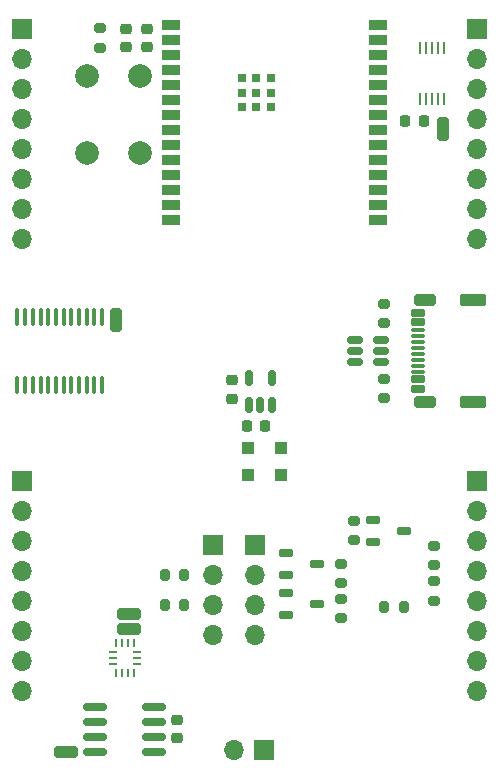
<source format=gbr>
%TF.GenerationSoftware,KiCad,Pcbnew,9.0.1*%
%TF.CreationDate,2025-05-06T09:52:03+02:00*%
%TF.ProjectId,ESP32 adon V3,45535033-3220-4616-946f-6e2056332e6b,rev?*%
%TF.SameCoordinates,Original*%
%TF.FileFunction,Soldermask,Top*%
%TF.FilePolarity,Negative*%
%FSLAX46Y46*%
G04 Gerber Fmt 4.6, Leading zero omitted, Abs format (unit mm)*
G04 Created by KiCad (PCBNEW 9.0.1) date 2025-05-06 09:52:03*
%MOMM*%
%LPD*%
G01*
G04 APERTURE LIST*
G04 Aperture macros list*
%AMRoundRect*
0 Rectangle with rounded corners*
0 $1 Rounding radius*
0 $2 $3 $4 $5 $6 $7 $8 $9 X,Y pos of 4 corners*
0 Add a 4 corners polygon primitive as box body*
4,1,4,$2,$3,$4,$5,$6,$7,$8,$9,$2,$3,0*
0 Add four circle primitives for the rounded corners*
1,1,$1+$1,$2,$3*
1,1,$1+$1,$4,$5*
1,1,$1+$1,$6,$7*
1,1,$1+$1,$8,$9*
0 Add four rect primitives between the rounded corners*
20,1,$1+$1,$2,$3,$4,$5,0*
20,1,$1+$1,$4,$5,$6,$7,0*
20,1,$1+$1,$6,$7,$8,$9,0*
20,1,$1+$1,$8,$9,$2,$3,0*%
G04 Aperture macros list end*
%ADD10RoundRect,0.200000X-0.275000X0.200000X-0.275000X-0.200000X0.275000X-0.200000X0.275000X0.200000X0*%
%ADD11R,1.700000X1.700000*%
%ADD12O,1.700000X1.700000*%
%ADD13RoundRect,0.150000X0.512500X0.150000X-0.512500X0.150000X-0.512500X-0.150000X0.512500X-0.150000X0*%
%ADD14RoundRect,0.250000X-0.300000X-0.300000X0.300000X-0.300000X0.300000X0.300000X-0.300000X0.300000X0*%
%ADD15RoundRect,0.200000X0.275000X-0.200000X0.275000X0.200000X-0.275000X0.200000X-0.275000X-0.200000X0*%
%ADD16R,0.250000X1.100000*%
%ADD17R,0.250000X0.675000*%
%ADD18R,0.675000X0.250000*%
%ADD19RoundRect,0.250000X0.750000X-0.250000X0.750000X0.250000X-0.750000X0.250000X-0.750000X-0.250000X0*%
%ADD20C,2.000000*%
%ADD21RoundRect,0.225000X-0.250000X0.225000X-0.250000X-0.225000X0.250000X-0.225000X0.250000X0.225000X0*%
%ADD22RoundRect,0.090000X0.485000X-0.210000X0.485000X0.210000X-0.485000X0.210000X-0.485000X-0.210000X0*%
%ADD23RoundRect,0.045000X0.530000X-0.105000X0.530000X0.105000X-0.530000X0.105000X-0.530000X-0.105000X0*%
%ADD24RoundRect,0.150000X0.750000X-0.350000X0.750000X0.350000X-0.750000X0.350000X-0.750000X-0.350000X0*%
%ADD25RoundRect,0.150000X0.950000X-0.350000X0.950000X0.350000X-0.950000X0.350000X-0.950000X-0.350000X0*%
%ADD26RoundRect,0.225000X-0.225000X-0.250000X0.225000X-0.250000X0.225000X0.250000X-0.225000X0.250000X0*%
%ADD27RoundRect,0.200000X-0.200000X-0.275000X0.200000X-0.275000X0.200000X0.275000X-0.200000X0.275000X0*%
%ADD28RoundRect,0.162500X-0.447500X-0.162500X0.447500X-0.162500X0.447500X0.162500X-0.447500X0.162500X0*%
%ADD29RoundRect,0.150000X0.150000X-0.512500X0.150000X0.512500X-0.150000X0.512500X-0.150000X-0.512500X0*%
%ADD30RoundRect,0.200000X0.200000X0.275000X-0.200000X0.275000X-0.200000X-0.275000X0.200000X-0.275000X0*%
%ADD31RoundRect,0.225000X0.225000X0.250000X-0.225000X0.250000X-0.225000X-0.250000X0.225000X-0.250000X0*%
%ADD32RoundRect,0.150000X-0.825000X-0.150000X0.825000X-0.150000X0.825000X0.150000X-0.825000X0.150000X0*%
%ADD33RoundRect,0.100000X-0.100000X0.637500X-0.100000X-0.637500X0.100000X-0.637500X0.100000X0.637500X0*%
%ADD34RoundRect,0.225000X0.250000X-0.225000X0.250000X0.225000X-0.250000X0.225000X-0.250000X-0.225000X0*%
%ADD35RoundRect,0.250000X0.250000X0.750000X-0.250000X0.750000X-0.250000X-0.750000X0.250000X-0.750000X0*%
%ADD36RoundRect,0.250000X-0.250000X-0.750000X0.250000X-0.750000X0.250000X0.750000X-0.250000X0.750000X0*%
%ADD37R,1.500000X0.900000*%
%ADD38R,0.800000X0.800000*%
G04 APERTURE END LIST*
D10*
%TO.C,R18*%
X58400000Y-31275000D03*
X58400000Y-32925000D03*
%TD*%
D11*
%TO.C,J1*%
X51800000Y-31300000D03*
D12*
X51800000Y-33840000D03*
X51800000Y-36380000D03*
X51800000Y-38920000D03*
X51800000Y-41460000D03*
X51800000Y-44000000D03*
X51800000Y-46540000D03*
X51800000Y-49080000D03*
%TD*%
D10*
%TO.C,R8*%
X79900000Y-72975000D03*
X79900000Y-74625000D03*
%TD*%
D13*
%TO.C,U5*%
X82237500Y-59520000D03*
X82237500Y-58570000D03*
X82237500Y-57620000D03*
X79962500Y-57620000D03*
X79962500Y-58570000D03*
X79962500Y-59520000D03*
%TD*%
D14*
%TO.C,D1*%
X70900000Y-69100000D03*
X73700000Y-69100000D03*
%TD*%
%TO.C,D2*%
X70900000Y-66800000D03*
X73700000Y-66800000D03*
%TD*%
D15*
%TO.C,R16*%
X82420000Y-62575000D03*
X82420000Y-60925000D03*
%TD*%
D16*
%TO.C,U3*%
X85500000Y-37260000D03*
X86000000Y-37260000D03*
X86500000Y-37260000D03*
X87000000Y-37260000D03*
X87500000Y-37260000D03*
X87500000Y-32960000D03*
X87000000Y-32960000D03*
X86500000Y-32960000D03*
X86000000Y-32960000D03*
X85500000Y-32960000D03*
%TD*%
D17*
%TO.C,MT1*%
X59750000Y-85862500D03*
X60250000Y-85862500D03*
X60750000Y-85862500D03*
X61250000Y-85862500D03*
D18*
X61512500Y-85100000D03*
X61512500Y-84600000D03*
X61512500Y-84100000D03*
D17*
X61250000Y-83337500D03*
X60750000Y-83337500D03*
X60250000Y-83337500D03*
X59750000Y-83337500D03*
D18*
X59487500Y-84100000D03*
X59487500Y-84600000D03*
X59487500Y-85100000D03*
%TD*%
D19*
%TO.C,J14*%
X60830000Y-82110000D03*
%TD*%
D11*
%TO.C,J7*%
X71550000Y-75000000D03*
D12*
X71550000Y-77540000D03*
X71550000Y-80080000D03*
X71550000Y-82620000D03*
%TD*%
D10*
%TO.C,R3*%
X86690000Y-78065000D03*
X86690000Y-79715000D03*
%TD*%
D20*
%TO.C,SW2*%
X57320000Y-41830000D03*
X57320000Y-35330000D03*
X61820000Y-41830000D03*
X61820000Y-35330000D03*
%TD*%
D21*
%TO.C,C2*%
X60600000Y-31325000D03*
X60600000Y-32875000D03*
%TD*%
D11*
%TO.C,J3*%
X72320000Y-92400000D03*
D12*
X69780000Y-92400000D03*
%TD*%
D15*
%TO.C,R5*%
X78800000Y-81225000D03*
X78800000Y-79575000D03*
%TD*%
D22*
%TO.C,J6*%
X85375000Y-61770000D03*
X85375000Y-60970000D03*
D23*
X85375000Y-59820000D03*
X85375000Y-58820000D03*
X85375000Y-58320000D03*
X85375000Y-57320000D03*
D22*
X85375000Y-55370000D03*
X85375000Y-56170000D03*
D23*
X85375000Y-56820000D03*
X85375000Y-57820000D03*
X85375000Y-59320000D03*
X85375000Y-60320000D03*
D24*
X85950000Y-62890000D03*
X85950000Y-54250000D03*
D25*
X89950000Y-54250000D03*
X89950000Y-62890000D03*
%TD*%
D15*
%TO.C,R2*%
X86690000Y-76715000D03*
X86690000Y-75065000D03*
%TD*%
D26*
%TO.C,C3*%
X70825000Y-64900000D03*
X72375000Y-64900000D03*
%TD*%
D27*
%TO.C,R1*%
X82475000Y-80300000D03*
X84125000Y-80300000D03*
%TD*%
D19*
%TO.C,J12*%
X55530000Y-92500000D03*
%TD*%
D28*
%TO.C,Q3*%
X74190000Y-75650000D03*
X74190000Y-77550000D03*
X76810000Y-76600000D03*
%TD*%
D29*
%TO.C,U4*%
X71050000Y-63137500D03*
X72000000Y-63137500D03*
X72950000Y-63137500D03*
X72950000Y-60862500D03*
X71050000Y-60862500D03*
%TD*%
D28*
%TO.C,Q1*%
X81490000Y-72850000D03*
X81490000Y-74750000D03*
X84110000Y-73800000D03*
%TD*%
D11*
%TO.C,J2*%
X51800000Y-69580000D03*
D12*
X51800000Y-72120000D03*
X51800000Y-74660000D03*
X51800000Y-77200000D03*
X51800000Y-79740000D03*
X51800000Y-82280000D03*
X51800000Y-84820000D03*
X51800000Y-87360000D03*
%TD*%
D30*
%TO.C,R6*%
X65545000Y-80080000D03*
X63895000Y-80080000D03*
%TD*%
D11*
%TO.C,J4*%
X90300000Y-69580000D03*
D12*
X90300000Y-72120000D03*
X90300000Y-74660000D03*
X90300000Y-77200000D03*
X90300000Y-79740000D03*
X90300000Y-82280000D03*
X90300000Y-84820000D03*
X90300000Y-87360000D03*
%TD*%
D19*
%TO.C,J13*%
X60830000Y-80850000D03*
%TD*%
D31*
%TO.C,C5*%
X85825000Y-39130000D03*
X84275000Y-39130000D03*
%TD*%
D32*
%TO.C,U6*%
X58025000Y-88695000D03*
X58025000Y-89965000D03*
X58025000Y-91235000D03*
X58025000Y-92505000D03*
X62975000Y-92505000D03*
X62975000Y-91235000D03*
X62975000Y-89965000D03*
X62975000Y-88695000D03*
%TD*%
D28*
%TO.C,Q2*%
X74190000Y-79050000D03*
X74190000Y-80950000D03*
X76810000Y-80000000D03*
%TD*%
D11*
%TO.C,J9*%
X68000000Y-75000000D03*
D12*
X68000000Y-77540000D03*
X68000000Y-80080000D03*
X68000000Y-82620000D03*
%TD*%
D11*
%TO.C,J5*%
X90300000Y-31300000D03*
D12*
X90300000Y-33840000D03*
X90300000Y-36380000D03*
X90300000Y-38920000D03*
X90300000Y-41460000D03*
X90300000Y-44000000D03*
X90300000Y-46540000D03*
X90300000Y-49080000D03*
%TD*%
D30*
%TO.C,R7*%
X65535000Y-77540000D03*
X63885000Y-77540000D03*
%TD*%
D10*
%TO.C,R17*%
X82420000Y-54565000D03*
X82420000Y-56215000D03*
%TD*%
D33*
%TO.C,U2*%
X58575000Y-55717500D03*
X57925000Y-55717500D03*
X57275000Y-55717500D03*
X56625000Y-55717500D03*
X55975000Y-55717500D03*
X55325000Y-55717500D03*
X54675000Y-55717500D03*
X54025000Y-55717500D03*
X53375000Y-55717500D03*
X52725000Y-55717500D03*
X52075000Y-55717500D03*
X51425000Y-55717500D03*
X51425000Y-61442500D03*
X52075000Y-61442500D03*
X52725000Y-61442500D03*
X53375000Y-61442500D03*
X54025000Y-61442500D03*
X54675000Y-61442500D03*
X55325000Y-61442500D03*
X55975000Y-61442500D03*
X56625000Y-61442500D03*
X57275000Y-61442500D03*
X57925000Y-61442500D03*
X58575000Y-61442500D03*
%TD*%
D34*
%TO.C,C6*%
X64930000Y-91375000D03*
X64930000Y-89825000D03*
%TD*%
D21*
%TO.C,C4*%
X62350000Y-31325000D03*
X62350000Y-32875000D03*
%TD*%
%TO.C,C1*%
X69570000Y-61075000D03*
X69570000Y-62625000D03*
%TD*%
D35*
%TO.C,J11*%
X87480000Y-39770000D03*
%TD*%
D36*
%TO.C,J10*%
X59780000Y-55980000D03*
%TD*%
D10*
%TO.C,R4*%
X78800000Y-76600000D03*
X78800000Y-78250000D03*
%TD*%
D37*
%TO.C,U1*%
X64410000Y-30990000D03*
X64410000Y-32260000D03*
X64410000Y-33530000D03*
X64410000Y-34800000D03*
X64410000Y-36070000D03*
X64410000Y-37340000D03*
X64410000Y-38610000D03*
X64410000Y-39880000D03*
X64410000Y-41150000D03*
X64410000Y-42420000D03*
X64410000Y-43690000D03*
X64410000Y-44960000D03*
X64410000Y-46230000D03*
X64410000Y-47500000D03*
X81910000Y-47500000D03*
X81910000Y-46230000D03*
X81910000Y-44960000D03*
X81910000Y-43690000D03*
X81910000Y-42420000D03*
X81910000Y-41150000D03*
X81910000Y-39880000D03*
X81910000Y-38610000D03*
X81910000Y-37340000D03*
X81910000Y-36070000D03*
X81910000Y-34800000D03*
X81910000Y-33530000D03*
X81910000Y-32260000D03*
X81910000Y-30990000D03*
D38*
X70405000Y-35460000D03*
X70405000Y-36710000D03*
X70405000Y-37960000D03*
X71655000Y-35460000D03*
X71655000Y-36710000D03*
X71655000Y-37960000D03*
X72905000Y-35460000D03*
X72905000Y-36710000D03*
X72905000Y-37960000D03*
%TD*%
M02*

</source>
